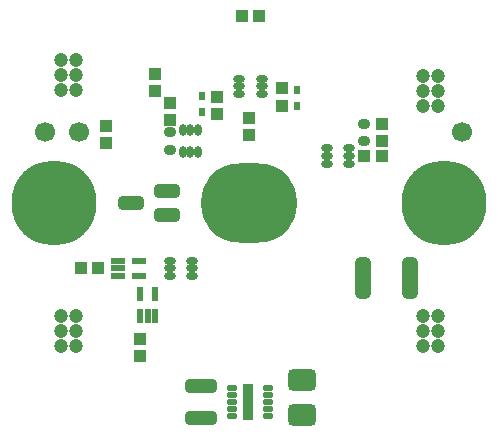
<source format=gbs>
G04*
G04 #@! TF.GenerationSoftware,Altium Limited,Altium Designer,20.1.8 (145)*
G04*
G04 Layer_Color=16711935*
%FSTAX43Y43*%
%MOMM*%
G71*
G04*
G04 #@! TF.SameCoordinates,2A16773C-52DC-48A9-8AED-0FD1CCCC5E16*
G04*
G04*
G04 #@! TF.FilePolarity,Negative*
G04*
G01*
G75*
%ADD18R,1.000X1.050*%
G04:AMPARAMS|DCode=19|XSize=0.95mm|YSize=0.8mm|CornerRadius=0.25mm|HoleSize=0mm|Usage=FLASHONLY|Rotation=180.000|XOffset=0mm|YOffset=0mm|HoleType=Round|Shape=RoundedRectangle|*
%AMROUNDEDRECTD19*
21,1,0.950,0.300,0,0,180.0*
21,1,0.450,0.800,0,0,180.0*
1,1,0.500,-0.225,0.150*
1,1,0.500,0.225,0.150*
1,1,0.500,0.225,-0.150*
1,1,0.500,-0.225,-0.150*
%
%ADD19ROUNDEDRECTD19*%
G04:AMPARAMS|DCode=23|XSize=0.6mm|YSize=0.95mm|CornerRadius=0.2mm|HoleSize=0mm|Usage=FLASHONLY|Rotation=0.000|XOffset=0mm|YOffset=0mm|HoleType=Round|Shape=RoundedRectangle|*
%AMROUNDEDRECTD23*
21,1,0.600,0.550,0,0,0.0*
21,1,0.200,0.950,0,0,0.0*
1,1,0.400,0.100,-0.275*
1,1,0.400,-0.100,-0.275*
1,1,0.400,-0.100,0.275*
1,1,0.400,0.100,0.275*
%
%ADD23ROUNDEDRECTD23*%
%ADD27C,1.200*%
%ADD28C,1.700*%
%ADD29O,8.200X6.700*%
%ADD30C,7.200*%
%ADD64R,1.200X0.550*%
%ADD65R,1.050X1.000*%
G04:AMPARAMS|DCode=66|XSize=0.85mm|YSize=0.5mm|CornerRadius=0.145mm|HoleSize=0mm|Usage=FLASHONLY|Rotation=180.000|XOffset=0mm|YOffset=0mm|HoleType=Round|Shape=RoundedRectangle|*
%AMROUNDEDRECTD66*
21,1,0.850,0.210,0,0,180.0*
21,1,0.560,0.500,0,0,180.0*
1,1,0.290,-0.280,0.105*
1,1,0.290,0.280,0.105*
1,1,0.290,0.280,-0.105*
1,1,0.290,-0.280,-0.105*
%
%ADD66ROUNDEDRECTD66*%
G04:AMPARAMS|DCode=67|XSize=3.1mm|YSize=0.9mm|CornerRadius=0.205mm|HoleSize=0mm|Usage=FLASHONLY|Rotation=90.000|XOffset=0mm|YOffset=0mm|HoleType=Round|Shape=RoundedRectangle|*
%AMROUNDEDRECTD67*
21,1,3.100,0.490,0,0,90.0*
21,1,2.690,0.900,0,0,90.0*
1,1,0.410,0.245,1.345*
1,1,0.410,0.245,-1.345*
1,1,0.410,-0.245,-1.345*
1,1,0.410,-0.245,1.345*
%
%ADD67ROUNDEDRECTD67*%
G04:AMPARAMS|DCode=68|XSize=0.6mm|YSize=0.95mm|CornerRadius=0.2mm|HoleSize=0mm|Usage=FLASHONLY|Rotation=270.000|XOffset=0mm|YOffset=0mm|HoleType=Round|Shape=RoundedRectangle|*
%AMROUNDEDRECTD68*
21,1,0.600,0.550,0,0,270.0*
21,1,0.200,0.950,0,0,270.0*
1,1,0.400,-0.275,-0.100*
1,1,0.400,-0.275,0.100*
1,1,0.400,0.275,0.100*
1,1,0.400,0.275,-0.100*
%
%ADD68ROUNDEDRECTD68*%
G04:AMPARAMS|DCode=69|XSize=3.5mm|YSize=1.3mm|CornerRadius=0.375mm|HoleSize=0mm|Usage=FLASHONLY|Rotation=270.000|XOffset=0mm|YOffset=0mm|HoleType=Round|Shape=RoundedRectangle|*
%AMROUNDEDRECTD69*
21,1,3.500,0.550,0,0,270.0*
21,1,2.750,1.300,0,0,270.0*
1,1,0.750,-0.275,-1.375*
1,1,0.750,-0.275,1.375*
1,1,0.750,0.275,1.375*
1,1,0.750,0.275,-1.375*
%
%ADD69ROUNDEDRECTD69*%
%ADD70R,0.550X1.200*%
%ADD71R,0.600X0.700*%
G04:AMPARAMS|DCode=72|XSize=2.2mm|YSize=1.2mm|CornerRadius=0.35mm|HoleSize=0mm|Usage=FLASHONLY|Rotation=180.000|XOffset=0mm|YOffset=0mm|HoleType=Round|Shape=RoundedRectangle|*
%AMROUNDEDRECTD72*
21,1,2.200,0.500,0,0,180.0*
21,1,1.500,1.200,0,0,180.0*
1,1,0.700,-0.750,0.250*
1,1,0.700,0.750,0.250*
1,1,0.700,0.750,-0.250*
1,1,0.700,-0.750,-0.250*
%
%ADD72ROUNDEDRECTD72*%
G04:AMPARAMS|DCode=73|XSize=2.7mm|YSize=1.15mm|CornerRadius=0.338mm|HoleSize=0mm|Usage=FLASHONLY|Rotation=0.000|XOffset=0mm|YOffset=0mm|HoleType=Round|Shape=RoundedRectangle|*
%AMROUNDEDRECTD73*
21,1,2.700,0.475,0,0,0.0*
21,1,2.025,1.150,0,0,0.0*
1,1,0.675,1.013,-0.238*
1,1,0.675,-1.013,-0.238*
1,1,0.675,-1.013,0.238*
1,1,0.675,1.013,0.238*
%
%ADD73ROUNDEDRECTD73*%
G04:AMPARAMS|DCode=74|XSize=2.45mm|YSize=1.9mm|CornerRadius=0.525mm|HoleSize=0mm|Usage=FLASHONLY|Rotation=180.000|XOffset=0mm|YOffset=0mm|HoleType=Round|Shape=RoundedRectangle|*
%AMROUNDEDRECTD74*
21,1,2.450,0.850,0,0,180.0*
21,1,1.400,1.900,0,0,180.0*
1,1,1.050,-0.700,0.425*
1,1,1.050,0.700,0.425*
1,1,1.050,0.700,-0.425*
1,1,1.050,-0.700,-0.425*
%
%ADD74ROUNDEDRECTD74*%
%ADD75C,0.903*%
D18*
X0093349Y0102629D02*
D03*
Y0104079D02*
D03*
X0105449Y0104779D02*
D03*
Y0103329D02*
D03*
X0096224Y0086079D02*
D03*
Y0084629D02*
D03*
X0097449Y0108529D02*
D03*
Y0107079D02*
D03*
X0108199Y0107279D02*
D03*
Y0105829D02*
D03*
X0102699Y0106529D02*
D03*
Y0105079D02*
D03*
X0116674Y0104279D02*
D03*
Y0102829D02*
D03*
X0098699Y0104579D02*
D03*
Y0106029D02*
D03*
D19*
Y0103554D02*
D03*
Y0102054D02*
D03*
X0115174Y0104304D02*
D03*
Y0102804D02*
D03*
D23*
X0101099Y0103754D02*
D03*
X0100449D02*
D03*
X0099799D02*
D03*
Y0101854D02*
D03*
X0100449D02*
D03*
X0101099D02*
D03*
D27*
X0120149Y0087974D02*
D03*
X0121419D02*
D03*
X0120149Y0086704D02*
D03*
X0121419D02*
D03*
X0120149Y0085434D02*
D03*
X0121419D02*
D03*
X0090749Y0107129D02*
D03*
X0089479D02*
D03*
X0090749Y0108399D02*
D03*
X0089479D02*
D03*
X0090749Y0109669D02*
D03*
X0089479D02*
D03*
Y0087979D02*
D03*
Y0086709D02*
D03*
X0090749D02*
D03*
X0089479Y0085439D02*
D03*
X0090749D02*
D03*
Y0087979D02*
D03*
X0121419Y0105809D02*
D03*
X0120149D02*
D03*
X0121419Y0107079D02*
D03*
X0120149D02*
D03*
X0121419Y0108349D02*
D03*
X0120149D02*
D03*
D28*
X0088149Y0103554D02*
D03*
X0091049D02*
D03*
X0123449D02*
D03*
D29*
X0105449Y0097554D02*
D03*
D30*
X0121949D02*
D03*
X0088949D02*
D03*
D64*
X0094349Y0092054D02*
D03*
X0096149Y0091404D02*
D03*
Y0092704D02*
D03*
X0094349D02*
D03*
Y0091404D02*
D03*
D65*
X0092674Y0092054D02*
D03*
X0106274Y0113379D02*
D03*
X0104824D02*
D03*
X0091224Y0092054D02*
D03*
X0115199Y0101554D02*
D03*
X0116649D02*
D03*
D66*
X0106999Y0080729D02*
D03*
Y0081329D02*
D03*
Y0081929D02*
D03*
Y0080129D02*
D03*
Y0079529D02*
D03*
X0103949D02*
D03*
Y0080129D02*
D03*
Y0081929D02*
D03*
Y0081329D02*
D03*
Y0080729D02*
D03*
D67*
X0105299Y0080729D02*
D03*
D68*
X0104599Y0106804D02*
D03*
Y0107454D02*
D03*
Y0108104D02*
D03*
X0106499D02*
D03*
Y0107454D02*
D03*
Y0106804D02*
D03*
X0100624Y0091404D02*
D03*
Y0092054D02*
D03*
Y0092704D02*
D03*
X0098724D02*
D03*
Y0092054D02*
D03*
Y0091404D02*
D03*
X0111999Y0102204D02*
D03*
Y0101554D02*
D03*
Y0100904D02*
D03*
X0113899D02*
D03*
Y0101554D02*
D03*
Y0102204D02*
D03*
D69*
X0119049Y0091254D02*
D03*
X0115049D02*
D03*
D70*
X0097499Y0089829D02*
D03*
X0096199D02*
D03*
Y0088029D02*
D03*
X0096849D02*
D03*
X0097499D02*
D03*
D71*
X0109449Y0105804D02*
D03*
Y0107104D02*
D03*
X0101449Y0105304D02*
D03*
Y0106604D02*
D03*
D72*
X0098449Y0098554D02*
D03*
Y0096554D02*
D03*
X0095449Y0097554D02*
D03*
D73*
X0101324Y0079354D02*
D03*
Y0082104D02*
D03*
D74*
X0109874Y0082604D02*
D03*
Y0079654D02*
D03*
D75*
X0105299Y0079699D02*
D03*
Y0081759D02*
D03*
Y0080729D02*
D03*
M02*

</source>
